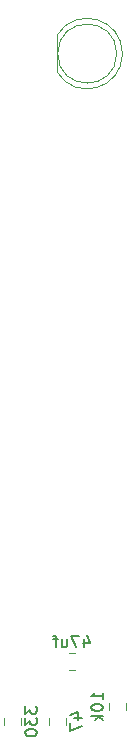
<source format=gbo>
%TF.GenerationSoftware,KiCad,Pcbnew,(5.99.0-7341-g2f3ca60c5e)*%
%TF.CreationDate,2020-12-04T16:45:41+01:00*%
%TF.ProjectId,pcb,7063622e-6b69-4636-9164-5f7063625858,rev?*%
%TF.SameCoordinates,Original*%
%TF.FileFunction,Legend,Bot*%
%TF.FilePolarity,Positive*%
%FSLAX46Y46*%
G04 Gerber Fmt 4.6, Leading zero omitted, Abs format (unit mm)*
G04 Created by KiCad (PCBNEW (5.99.0-7341-g2f3ca60c5e)) date 2020-12-04 16:45:41*
%MOMM*%
%LPD*%
G01*
G04 APERTURE LIST*
%ADD10C,0.150000*%
%ADD11C,0.120000*%
G04 APERTURE END LIST*
D10*
%TO.C,C1*%
X-246190Y-12105714D02*
X-246190Y-12772380D01*
X-8095Y-11724761D02*
X230000Y-12439047D01*
X-389047Y-12439047D01*
X-674761Y-11772380D02*
X-1341428Y-11772380D01*
X-912857Y-12772380D01*
X-2150952Y-12105714D02*
X-2150952Y-12772380D01*
X-1722380Y-12105714D02*
X-1722380Y-12629523D01*
X-1770000Y-12724761D01*
X-1865238Y-12772380D01*
X-2008095Y-12772380D01*
X-2103333Y-12724761D01*
X-2150952Y-12677142D01*
X-2484285Y-12105714D02*
X-2865238Y-12105714D01*
X-2627142Y-12772380D02*
X-2627142Y-11915238D01*
X-2674761Y-11820000D01*
X-2770000Y-11772380D01*
X-2865238Y-11772380D01*
%TO.C,R3*%
X-5247619Y-17764285D02*
X-5247619Y-18383333D01*
X-4866666Y-18050000D01*
X-4866666Y-18192857D01*
X-4819047Y-18288095D01*
X-4771428Y-18335714D01*
X-4676190Y-18383333D01*
X-4438095Y-18383333D01*
X-4342857Y-18335714D01*
X-4295238Y-18288095D01*
X-4247619Y-18192857D01*
X-4247619Y-17907142D01*
X-4295238Y-17811904D01*
X-4342857Y-17764285D01*
X-5247619Y-18716666D02*
X-5247619Y-19335714D01*
X-4866666Y-19002380D01*
X-4866666Y-19145238D01*
X-4819047Y-19240476D01*
X-4771428Y-19288095D01*
X-4676190Y-19335714D01*
X-4438095Y-19335714D01*
X-4342857Y-19288095D01*
X-4295238Y-19240476D01*
X-4247619Y-19145238D01*
X-4247619Y-18859523D01*
X-4295238Y-18764285D01*
X-4342857Y-18716666D01*
X-5247619Y-19954761D02*
X-5247619Y-20050000D01*
X-5200000Y-20145238D01*
X-5152380Y-20192857D01*
X-5057142Y-20240476D01*
X-4866666Y-20288095D01*
X-4628571Y-20288095D01*
X-4438095Y-20240476D01*
X-4342857Y-20192857D01*
X-4295238Y-20145238D01*
X-4247619Y-20050000D01*
X-4247619Y-19954761D01*
X-4295238Y-19859523D01*
X-4342857Y-19811904D01*
X-4438095Y-19764285D01*
X-4628571Y-19716666D01*
X-4866666Y-19716666D01*
X-5057142Y-19764285D01*
X-5152380Y-19811904D01*
X-5200000Y-19859523D01*
X-5247619Y-19954761D01*
%TO.C,R1*%
X-1104285Y-18764285D02*
X-437619Y-18764285D01*
X-1485238Y-18526190D02*
X-770952Y-18288095D01*
X-770952Y-18907142D01*
X-1437619Y-19192857D02*
X-1437619Y-19859523D01*
X-437619Y-19430952D01*
%TO.C,R2*%
X1342380Y-17184761D02*
X1342380Y-16613333D01*
X1342380Y-16899047D02*
X342380Y-16899047D01*
X485238Y-16803809D01*
X580476Y-16708571D01*
X628095Y-16613333D01*
X342380Y-17803809D02*
X342380Y-17899047D01*
X390000Y-17994285D01*
X437619Y-18041904D01*
X532857Y-18089523D01*
X723333Y-18137142D01*
X961428Y-18137142D01*
X1151904Y-18089523D01*
X1247142Y-18041904D01*
X1294761Y-17994285D01*
X1342380Y-17899047D01*
X1342380Y-17803809D01*
X1294761Y-17708571D01*
X1247142Y-17660952D01*
X1151904Y-17613333D01*
X961428Y-17565714D01*
X723333Y-17565714D01*
X532857Y-17613333D01*
X437619Y-17660952D01*
X390000Y-17708571D01*
X342380Y-17803809D01*
X1342380Y-18565714D02*
X342380Y-18565714D01*
X961428Y-18660952D02*
X1342380Y-18946666D01*
X675714Y-18946666D02*
X1056666Y-18565714D01*
D11*
%TO.C,C1*%
X-1531252Y-14680000D02*
X-1008748Y-14680000D01*
X-1531252Y-13260000D02*
X-1008748Y-13260000D01*
%TO.C,D1*%
X-2560000Y35955000D02*
X-2560000Y39045000D01*
X2990000Y37499538D02*
G75*
G03*
X-2560000Y39044830I-2990000J462D01*
G01*
X2990000Y37500462D02*
G75*
G02*
X-2560000Y35955170I-2990000J-462D01*
G01*
X2500000Y37500000D02*
G75*
G03*
X2500000Y37500000I-2500000J0D01*
G01*
%TO.C,R3*%
X-5640000Y-18788748D02*
X-5640000Y-19311252D01*
X-7060000Y-18788748D02*
X-7060000Y-19311252D01*
%TO.C,R1*%
X-3250000Y-18788748D02*
X-3250000Y-19311252D01*
X-1830000Y-18788748D02*
X-1830000Y-19311252D01*
%TO.C,R2*%
X3250000Y-18041252D02*
X3250000Y-17518748D01*
X1830000Y-18041252D02*
X1830000Y-17518748D01*
%TD*%
M02*

</source>
